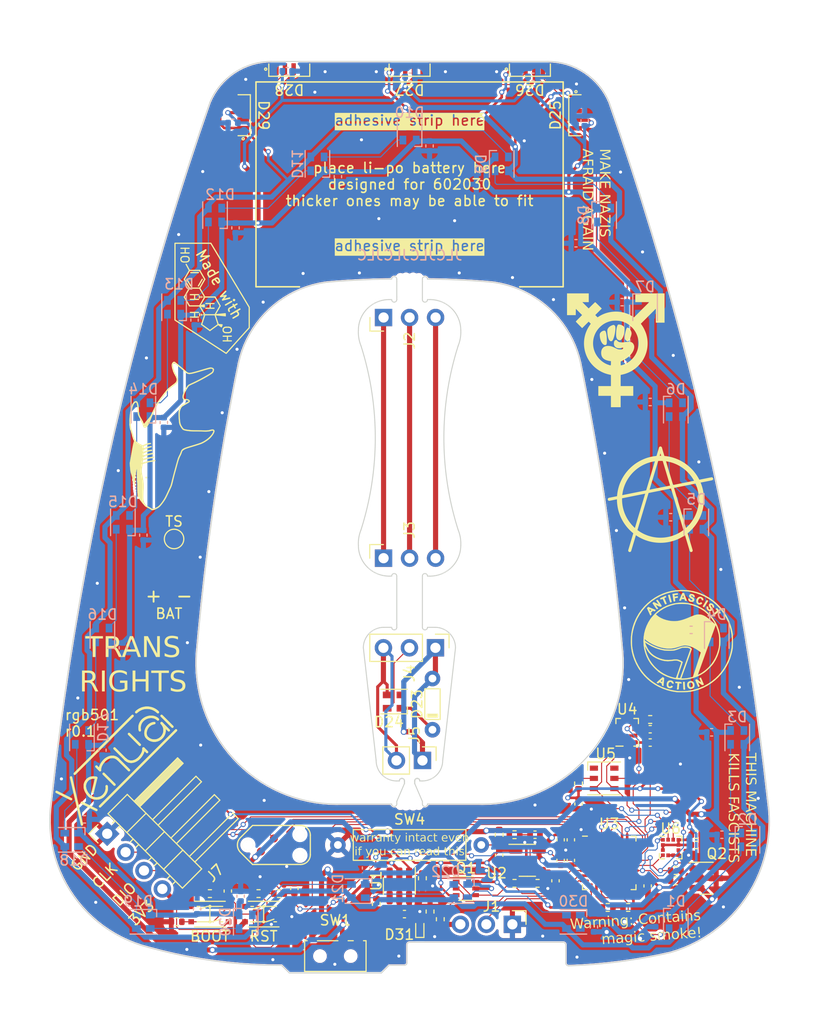
<source format=kicad_pcb>
(kicad_pcb (version 20221018) (generator pcbnew)

  (general
    (thickness 1.6)
  )

  (paper "A4")
  (title_block
    (title "Self contained addressible RGB ring for 3M 501")
    (date "2024-01-08")
    (rev "r0.1")
    (company "xenua")
  )

  (layers
    (0 "F.Cu" signal)
    (31 "B.Cu" signal)
    (32 "B.Adhes" user "B.Adhesive")
    (33 "F.Adhes" user "F.Adhesive")
    (34 "B.Paste" user)
    (35 "F.Paste" user)
    (36 "B.SilkS" user "B.Silkscreen")
    (37 "F.SilkS" user "F.Silkscreen")
    (38 "B.Mask" user)
    (39 "F.Mask" user)
    (40 "Dwgs.User" user "User.Drawings")
    (41 "Cmts.User" user "User.Comments")
    (42 "Eco1.User" user "User.Eco1")
    (43 "Eco2.User" user "User.Eco2")
    (44 "Edge.Cuts" user)
    (45 "Margin" user)
    (46 "B.CrtYd" user "B.Courtyard")
    (47 "F.CrtYd" user "F.Courtyard")
    (48 "B.Fab" user)
    (49 "F.Fab" user)
    (50 "User.1" user)
    (51 "User.2" user)
    (52 "User.3" user)
    (53 "User.4" user)
    (54 "User.5" user)
    (55 "User.6" user)
    (56 "User.7" user)
    (57 "User.8" user)
    (58 "User.9" user)
  )

  (setup
    (pad_to_mask_clearance 0)
    (pcbplotparams
      (layerselection 0x00010fc_ffffffff)
      (plot_on_all_layers_selection 0x0000000_00000000)
      (disableapertmacros false)
      (usegerberextensions false)
      (usegerberattributes true)
      (usegerberadvancedattributes true)
      (creategerberjobfile true)
      (dashed_line_dash_ratio 12.000000)
      (dashed_line_gap_ratio 3.000000)
      (svgprecision 4)
      (plotframeref false)
      (viasonmask false)
      (mode 1)
      (useauxorigin false)
      (hpglpennumber 1)
      (hpglpenspeed 20)
      (hpglpendiameter 15.000000)
      (dxfpolygonmode true)
      (dxfimperialunits true)
      (dxfusepcbnewfont true)
      (psnegative false)
      (psa4output false)
      (plotreference true)
      (plotvalue true)
      (plotinvisibletext false)
      (sketchpadsonfab false)
      (subtractmaskfromsilk false)
      (outputformat 1)
      (mirror false)
      (drillshape 1)
      (scaleselection 1)
      (outputdirectory "")
    )
  )

  (net 0 "")
  (net 1 "+BATT")
  (net 2 "GND")
  (net 3 "VCC")
  (net 4 "Net-(U2-BP)")
  (net 5 "VBUS")
  (net 6 "+3V3")
  (net 7 "Net-(D1-DOUT)")
  (net 8 "/MAIN_LEDs")
  (net 9 "Net-(D2-DOUT)")
  (net 10 "Net-(D3-DOUT)")
  (net 11 "Net-(D4-DOUT)")
  (net 12 "Net-(D5-DOUT)")
  (net 13 "Net-(D6-DOUT)")
  (net 14 "Net-(D7-DOUT)")
  (net 15 "Net-(D8-DOUT)")
  (net 16 "Net-(D10-DIN)")
  (net 17 "Net-(D10-DOUT)")
  (net 18 "Net-(D11-DOUT)")
  (net 19 "Net-(D12-DOUT)")
  (net 20 "Net-(D13-DOUT)")
  (net 21 "Net-(D14-DOUT)")
  (net 22 "Net-(D15-DOUT)")
  (net 23 "Net-(D16-DOUT)")
  (net 24 "Net-(D17-DOUT)")
  (net 25 "Net-(D18-DOUT)")
  (net 26 "Net-(D19-DOUT)")
  (net 27 "Net-(D20-DOUT)")
  (net 28 "Net-(D21-DOUT)")
  (net 29 "Net-(D22-DOUT)")
  (net 30 "Net-(D23-K)")
  (net 31 "unconnected-(D24-DOUT-Pad2)")
  (net 32 "Net-(D24-DIN)")
  (net 33 "Net-(D25-DOUT)")
  (net 34 "/SIDE_LEDs")
  (net 35 "Net-(D26-DOUT)")
  (net 36 "Net-(D27-DOUT)")
  (net 37 "Net-(D28-DOUT)")
  (net 38 "unconnected-(D29-DOUT-Pad2)")
  (net 39 "/CHARGE_LED")
  (net 40 "/LDO_EN")
  (net 41 "/VBUS_DET")
  (net 42 "Net-(U1-ISET)")
  (net 43 "Net-(U1-TS)")
  (net 44 "Net-(U2-EN)")
  (net 45 "/VBAT_SENSE")
  (net 46 "/~{CHG}")
  (net 47 "unconnected-(U3-PC14-Pad2)")
  (net 48 "unconnected-(U3-PC15-Pad3)")
  (net 49 "Net-(D23-A)")
  (net 50 "Net-(D24-VSS)")
  (net 51 "unconnected-(U3-PA7-Pad13)")
  (net 52 "unconnected-(U3-PB0-Pad14)")
  (net 53 "unconnected-(U3-PB1-Pad15)")
  (net 54 "unconnected-(U3-PA8-Pad18)")
  (net 55 "unconnected-(U3-PB4-Pad27)")
  (net 56 "unconnected-(U3-PB5-Pad28)")
  (net 57 "/INT2")
  (net 58 "/INT1")
  (net 59 "/SCL")
  (net 60 "/SDA")
  (net 61 "unconnected-(U3-PA6-Pad12)")
  (net 62 "unconnected-(D30-DOUT-Pad2)")
  (net 63 "/INT")
  (net 64 "/GND_{LED}")
  (net 65 "/Controller/~{RST}")
  (net 66 "/Controller/BOOT0")
  (net 67 "/Controller/SWDIO")
  (net 68 "/Controller/SWCLK")
  (net 69 "/Controller/SWO")
  (net 70 "/LEDS_EN")
  (net 71 "Net-(R10-Pad1)")
  (net 72 "/Controller/REED_SW")
  (net 73 "Net-(J2-Pin_1)")
  (net 74 "Net-(J2-Pin_2)")
  (net 75 "Net-(J2-Pin_3)")
  (net 76 "Net-(R12-Pad1)")
  (net 77 "Net-(U5-VDD)")
  (net 78 "unconnected-(U4-CSB-Pad2)")
  (net 79 "unconnected-(U5-NC-Pad1)")
  (net 80 "unconnected-(U5-NC-Pad6)")
  (net 81 "Net-(R17-Pad2)")

  (footprint "Capacitor_SMD:C_0402_1005Metric" (layer "F.Cu") (at 115.75 139 90))

  (footprint "xenua:Conn_Magnet_3p" (layer "F.Cu") (at 100 86 90))

  (footprint "xenua:SW_Push_Alps_SKTCABE010" (layer "F.Cu") (at 80.5 144.25))

  (footprint "Connector_PinHeader_2.54mm:PinHeader_1x03_P2.54mm_Vertical" (layer "F.Cu") (at 102.525 118.25 -90))

  (footprint "Resistor_SMD:R_0402_1005Metric" (layer "F.Cu") (at 110.25 141.25))

  (footprint "Connector_PinHeader_2.54mm:PinHeader_1x02_P2.54mm_Vertical" (layer "F.Cu") (at 101.26 129.25 -90))

  (footprint "xenua:WS2812B_2040_Sideways" (layer "F.Cu") (at 116.25 66.25 90))

  (footprint "Capacitor_SMD:C_0402_1005Metric" (layer "F.Cu") (at 123.25 141.5 -90))

  (footprint "Resistor_SMD:R_0402_1005Metric" (layer "F.Cu") (at 116.5 131.5 90))

  (footprint "Resistor_SMD:R_0402_1005Metric" (layer "F.Cu") (at 123.5 125.25 180))

  (footprint "xenua:WS2812B_2040_Sideways" (layer "F.Cu") (at 83.75 66.25 -90))

  (footprint "xenua:sig-medium" (layer "F.Cu") (at 68 135.5 45))

  (footprint "xenua:WS2812B_2040_Sideways" (layer "F.Cu") (at 100 61.75 180))

  (footprint "Resistor_SMD:R_0402_1005Metric" (layer "F.Cu") (at 110.25 136.5 180))

  (footprint "Package_TO_SOT_SMD:SOT-23" (layer "F.Cu") (at 129 140.75))

  (footprint "xenua:Bat_Leads" (layer "F.Cu") (at 76.5 111.5))

  (footprint "Resistor_SMD:R_0402_1005Metric" (layer "F.Cu") (at 126 140 180))

  (footprint "Connector_PinHeader_2.54mm:PinHeader_1x04_P2.54mm_Horizontal" (layer "F.Cu") (at 70.469402 136.406587 45))

  (footprint "xenua:TC2030" (layer "F.Cu") (at 86.75 137.5))

  (footprint "xenua:SW_MSK12C02-HB" (layer "F.Cu") (at 92.75 148.35))

  (footprint "Resistor_SMD:R_0402_1005Metric" (layer "F.Cu") (at 119.35 143.6))

  (footprint "xenua:Conn_Magnet_3p" (layer "F.Cu") (at 107.5 145.25 -90))

  (footprint "Capacitor_SMD:C_0402_1005Metric" (layer "F.Cu") (at 99.5 144.25 180))

  (footprint "Diode_SMD:D_SOD-923" (layer "F.Cu") (at 101 145.67 90))

  (footprint "Package_TO_SOT_SMD:SOT-23-5" (layer "F.Cu") (at 111.5 139))

  (footprint "xenua:WS2812B_2040_Sideways" (layer "F.Cu") (at 88.25 61.75 180))

  (footprint "Capacitor_SMD:C_0402_1005Metric" (layer "F.Cu") (at 123.5 126.2))

  (footprint "xenua:1N4148" (layer "F.Cu") (at 102.235 123.75 90))

  (footprint "xenua:amogus" (layer "F.Cu") (at 88.5 66.5 -45))

  (footprint "Resistor_SMD:R_0402_1005Metric" (layer "F.Cu") (at 108.75 136.5 -90))

  (footprint "xenua:MadeWithEstrogen" (layer "F.Cu")
    (tstamp 6d7fe42f-b4a8-4841-8872-6543b4c9adc0)
    (at 80 84 -90)
    (attr smd board_only exclude_from_pos_files exclude_from_bom allow_missing_courtyard)
    (fp_text reference "REF**" (at 0 -4.84 -90 unlocked) (layer "F.SilkS") hide
        (effects (font (size 1 1) (thickness 0.15)))
      (tstamp d5e1b77a-09d1-49af-ad70-82c6f7d70440)
    )
    (fp_text value "MadeWithEstrogen" (at 0 3.91 -90 unlocked) (layer "F.Fab")
        (effects (font (size 1 1) (thickness 0.15)))
      (tstamp 5528ab30-a7d6-4004-a7db-d569e3b01675)
    )
    (fp_text user "Made with" (at -4.32 1.06 -60 unlocked) (layer "F.SilkS")
        (effects (font (size 1 1) (thickness 0.15)) (justify left bottom))
      (tstamp 14bfd6e3-01ee-4082-909f-4c94836ec8a0)
    )
    (fp_text user "H" (at 0 0.58 -90 unlocked) (layer "F.SilkS")
        (effects (font (size 0.8 0.8) (thickness 0.12)) (justify top))
      (tstamp 46ae46e7-23ee-4a05-8293-322e84f768ed)
    )
    (fp_text user "HO" (at -3.19 1.5 -90 unlocked) (layer "F.SilkS")
        (effects (font (size 0.8 0.8) (thickness 0.12)) (justify right top))
      (tstamp 4e427e04-a0bd-40d0-ab3e-d6839b93f1a5)
    )
    (fp_text user "H" (at 1.732 0.58 -90 unlocked) (layer "F.SilkS")
        (effects (font (size 0.8 0.8) (thickness 0.12)) (justify top))
      (tstamp b2e242b4-7fb2-49ff-9776-b51d7a3954d6)
    )
    (fp_text user "H" (at 0.866 0 -90 unlocked) (layer "F.SilkS")
        (effects (font (size 0.8 0.8) (thickness 0.12)) (justify bottom))
      (tstamp c435a87b-648f-4b77-adc7-1b3f3e1749d6)
    )
    (fp_text user "OH" (at 2.716 -1.69 -90 unlocked) (layer "F.SilkS")
        (effects (font (size 0.8 0.8) (thickness 0.12)) (justify left bottom))
      (tstamp f2b0ed0e-d7b6-44f5-a683-df23e23f81b8)
    )
    (fp_line (start -2.598 1.5) (end -3.19 1.82)
      (stroke (width 0.12) (type default)) (layer "F.SilkS") (tstamp 2acf9d0d-a4e0-4f70-946d-0dceb5549fbc))
    (fp_line (start -2.598 1.5) (end -2.5
... [2081868 chars truncated]
</source>
